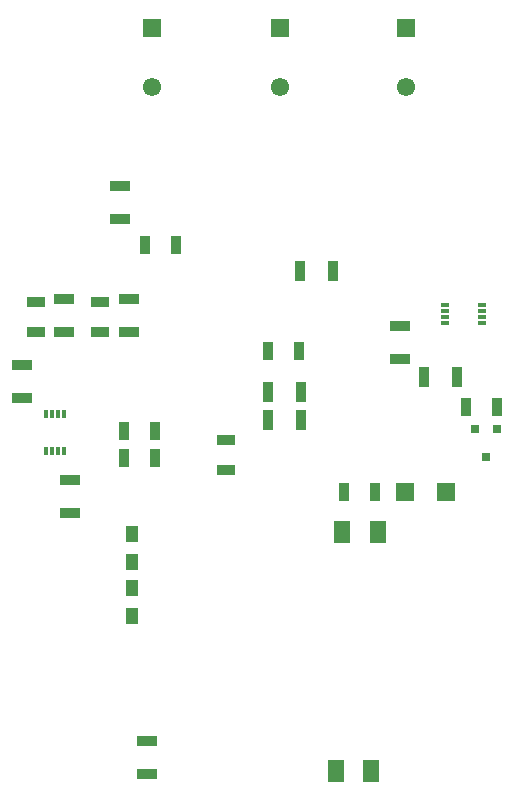
<source format=gts>
G04*
G04 #@! TF.GenerationSoftware,Altium Limited,Altium Designer,25.8.1 (18)*
G04*
G04 Layer_Color=8388736*
%FSLAX44Y44*%
%MOMM*%
G71*
G04*
G04 #@! TF.SameCoordinates,9FB52167-E1BE-4782-BDCD-D2F078FF21A9*
G04*
G04*
G04 #@! TF.FilePolarity,Negative*
G04*
G01*
G75*
%ADD19R,1.6098X0.9561*%
%ADD20R,1.7000X0.9500*%
%ADD21R,0.9561X1.6098*%
%ADD23R,0.9500X1.7000*%
%ADD24R,1.1300X1.4200*%
%ADD27R,1.4557X1.8582*%
%ADD28R,0.8000X0.8000*%
%ADD32R,1.5000X1.5000*%
%ADD33R,0.8000X0.3000*%
%ADD34R,0.3000X0.8000*%
%ADD35C,1.5500*%
%ADD36R,1.5500X1.5500*%
D19*
X78367Y435360D02*
D03*
X185420Y344481D02*
D03*
X24720Y435360D02*
D03*
X78367Y461382D02*
D03*
X24720D02*
D03*
X185420Y318459D02*
D03*
D20*
X102969Y435580D02*
D03*
X48260D02*
D03*
X118110Y61000D02*
D03*
X53340Y281910D02*
D03*
X12700Y407700D02*
D03*
X102969Y463580D02*
D03*
X48260D02*
D03*
X332740Y412720D02*
D03*
X95276Y531238D02*
D03*
Y559238D02*
D03*
X118110Y89000D02*
D03*
X53340Y309910D02*
D03*
X12700Y379700D02*
D03*
X332740Y440720D02*
D03*
D21*
X124771Y351790D02*
D03*
Y328930D02*
D03*
X116529Y509210D02*
D03*
X142551D02*
D03*
X220669Y419100D02*
D03*
X388309Y372110D02*
D03*
X414331D02*
D03*
X311461Y299720D02*
D03*
X285439D02*
D03*
X98749Y351790D02*
D03*
Y328930D02*
D03*
X246691Y419100D02*
D03*
D23*
X248950Y360680D02*
D03*
X247670Y486790D02*
D03*
X248950Y384810D02*
D03*
X381030Y397510D02*
D03*
X220950Y360680D02*
D03*
X275670Y486790D02*
D03*
X220950Y384810D02*
D03*
X353030Y397510D02*
D03*
D24*
X105410Y264730D02*
D03*
Y195010D02*
D03*
Y240730D02*
D03*
Y219010D02*
D03*
D27*
X308083Y63923D02*
D03*
X313463Y266523D02*
D03*
X278058Y63923D02*
D03*
X283438Y266523D02*
D03*
D28*
X395630Y353630D02*
D03*
X405130Y329630D02*
D03*
X414630Y353630D02*
D03*
D32*
X336830Y299720D02*
D03*
X371830D02*
D03*
D33*
X401580Y458350D02*
D03*
X370580D02*
D03*
X401580Y448350D02*
D03*
X370580Y453350D02*
D03*
X401580D02*
D03*
X370580Y448350D02*
D03*
X401580Y443350D02*
D03*
X370580D02*
D03*
D34*
X48140Y335020D02*
D03*
X38140D02*
D03*
X48140Y366020D02*
D03*
X43140D02*
D03*
Y335020D02*
D03*
X38140Y366020D02*
D03*
X33140Y335020D02*
D03*
Y366020D02*
D03*
D35*
X122330Y643020D02*
D03*
X230552D02*
D03*
X337870D02*
D03*
D36*
X122330Y693020D02*
D03*
X230552D02*
D03*
X337870D02*
D03*
M02*

</source>
